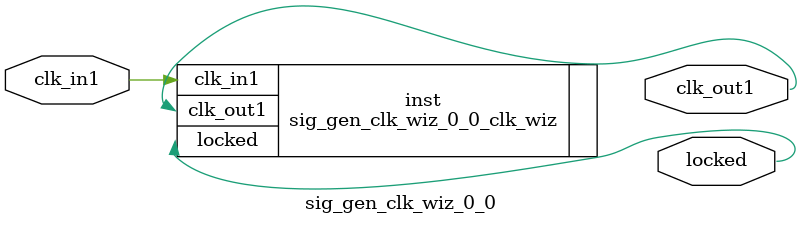
<source format=v>


`timescale 1ps/1ps

(* CORE_GENERATION_INFO = "sig_gen_clk_wiz_0_0,clk_wiz_v6_0_5_0_0,{component_name=sig_gen_clk_wiz_0_0,use_phase_alignment=true,use_min_o_jitter=false,use_max_i_jitter=false,use_dyn_phase_shift=false,use_inclk_switchover=false,use_dyn_reconfig=false,enable_axi=0,feedback_source=FDBK_AUTO,PRIMITIVE=MMCM,num_out_clk=1,clkin1_period=8.000,clkin2_period=10.000,use_power_down=false,use_reset=false,use_locked=true,use_inclk_stopped=false,feedback_type=SINGLE,CLOCK_MGR_TYPE=NA,manual_override=false}" *)

module sig_gen_clk_wiz_0_0 
 (
  // Clock out ports
  output        clk_out1,
  // Status and control signals
  output        locked,
 // Clock in ports
  input         clk_in1
 );

  sig_gen_clk_wiz_0_0_clk_wiz inst
  (
  // Clock out ports  
  .clk_out1(clk_out1),
  // Status and control signals               
  .locked(locked),
 // Clock in ports
  .clk_in1(clk_in1)
  );

endmodule

</source>
